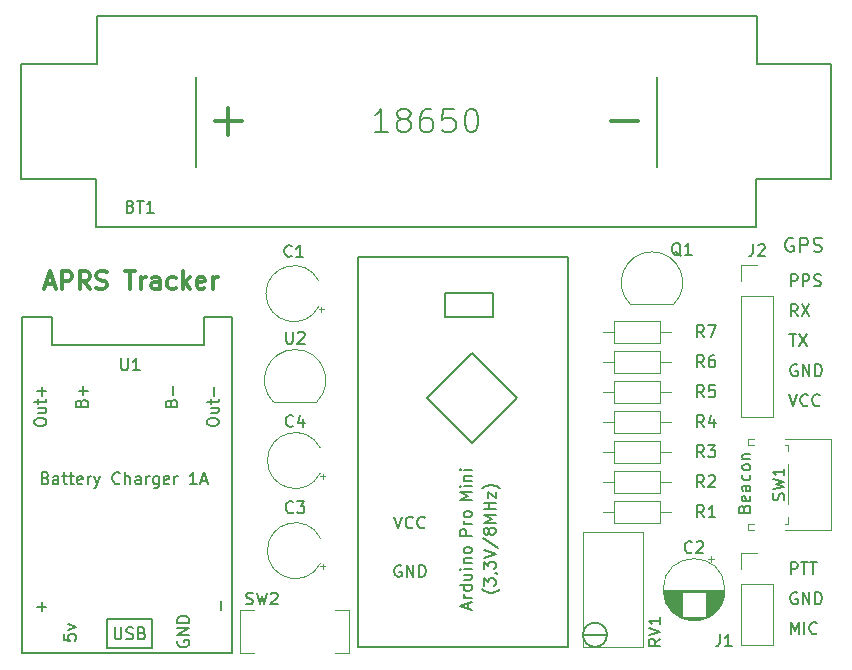
<source format=gto>
G04 #@! TF.GenerationSoftware,KiCad,Pcbnew,(5.0.2)-1*
G04 #@! TF.CreationDate,2019-04-14T17:31:43+02:00*
G04 #@! TF.ProjectId,APRS-Tracker_ArduinoProMini,41505253-2d54-4726-9163-6b65725f4172,rev?*
G04 #@! TF.SameCoordinates,Original*
G04 #@! TF.FileFunction,Legend,Top*
G04 #@! TF.FilePolarity,Positive*
%FSLAX46Y46*%
G04 Gerber Fmt 4.6, Leading zero omitted, Abs format (unit mm)*
G04 Created by KiCad (PCBNEW (5.0.2)-1) date 14.04.2019 17:31:43*
%MOMM*%
%LPD*%
G01*
G04 APERTURE LIST*
%ADD10C,0.150000*%
%ADD11C,0.300000*%
%ADD12C,0.200000*%
%ADD13C,0.120000*%
%ADD14C,1.800000*%
%ADD15R,2.800000X2.800000*%
%ADD16R,1.600000X1.600000*%
%ADD17C,1.600000*%
%ADD18R,1.050000X1.500000*%
%ADD19O,1.050000X1.500000*%
%ADD20C,1.400000*%
%ADD21O,1.400000X1.400000*%
%ADD22C,1.440000*%
%ADD23R,1.700000X1.700000*%
%ADD24O,1.700000X1.700000*%
%ADD25C,2.100000*%
%ADD26C,1.750000*%
%ADD27R,1.400000X1.400000*%
%ADD28C,3.000000*%
G04 APERTURE END LIST*
D10*
X105556000Y-136388000D02*
X109366000Y-132578000D01*
X113176000Y-136388000D02*
X109366000Y-132578000D01*
X109366000Y-140198000D02*
X105556000Y-136388000D01*
X109366000Y-140198000D02*
X113176000Y-136388000D01*
X111144000Y-127498000D02*
X107080000Y-127498000D01*
X111144000Y-129530000D02*
X111144000Y-127498000D01*
X107080000Y-129530000D02*
X111144000Y-129530000D01*
X107080000Y-127498000D02*
X107080000Y-129530000D01*
X103359404Y-150600000D02*
X103264166Y-150552380D01*
X103121309Y-150552380D01*
X102978452Y-150600000D01*
X102883214Y-150695238D01*
X102835595Y-150790476D01*
X102787976Y-150980952D01*
X102787976Y-151123809D01*
X102835595Y-151314285D01*
X102883214Y-151409523D01*
X102978452Y-151504761D01*
X103121309Y-151552380D01*
X103216547Y-151552380D01*
X103359404Y-151504761D01*
X103407023Y-151457142D01*
X103407023Y-151123809D01*
X103216547Y-151123809D01*
X103835595Y-151552380D02*
X103835595Y-150552380D01*
X104407023Y-151552380D01*
X104407023Y-150552380D01*
X104883214Y-151552380D02*
X104883214Y-150552380D01*
X105121309Y-150552380D01*
X105264166Y-150600000D01*
X105359404Y-150695238D01*
X105407023Y-150790476D01*
X105454642Y-150980952D01*
X105454642Y-151123809D01*
X105407023Y-151314285D01*
X105359404Y-151409523D01*
X105264166Y-151504761D01*
X105121309Y-151552380D01*
X104883214Y-151552380D01*
X102792738Y-146452380D02*
X103126071Y-147452380D01*
X103459404Y-146452380D01*
X104364166Y-147357142D02*
X104316547Y-147404761D01*
X104173690Y-147452380D01*
X104078452Y-147452380D01*
X103935595Y-147404761D01*
X103840357Y-147309523D01*
X103792738Y-147214285D01*
X103745119Y-147023809D01*
X103745119Y-146880952D01*
X103792738Y-146690476D01*
X103840357Y-146595238D01*
X103935595Y-146500000D01*
X104078452Y-146452380D01*
X104173690Y-146452380D01*
X104316547Y-146500000D01*
X104364166Y-146547619D01*
X105364166Y-147357142D02*
X105316547Y-147404761D01*
X105173690Y-147452380D01*
X105078452Y-147452380D01*
X104935595Y-147404761D01*
X104840357Y-147309523D01*
X104792738Y-147214285D01*
X104745119Y-147023809D01*
X104745119Y-146880952D01*
X104792738Y-146690476D01*
X104840357Y-146595238D01*
X104935595Y-146500000D01*
X105078452Y-146452380D01*
X105173690Y-146452380D01*
X105316547Y-146500000D01*
X105364166Y-146547619D01*
X132408571Y-145769857D02*
X132456190Y-145627000D01*
X132503809Y-145579380D01*
X132599047Y-145531761D01*
X132741904Y-145531761D01*
X132837142Y-145579380D01*
X132884761Y-145627000D01*
X132932380Y-145722238D01*
X132932380Y-146103190D01*
X131932380Y-146103190D01*
X131932380Y-145769857D01*
X131980000Y-145674619D01*
X132027619Y-145627000D01*
X132122857Y-145579380D01*
X132218095Y-145579380D01*
X132313333Y-145627000D01*
X132360952Y-145674619D01*
X132408571Y-145769857D01*
X132408571Y-146103190D01*
X132884761Y-144722238D02*
X132932380Y-144817476D01*
X132932380Y-145007952D01*
X132884761Y-145103190D01*
X132789523Y-145150809D01*
X132408571Y-145150809D01*
X132313333Y-145103190D01*
X132265714Y-145007952D01*
X132265714Y-144817476D01*
X132313333Y-144722238D01*
X132408571Y-144674619D01*
X132503809Y-144674619D01*
X132599047Y-145150809D01*
X132932380Y-143817476D02*
X132408571Y-143817476D01*
X132313333Y-143865095D01*
X132265714Y-143960333D01*
X132265714Y-144150809D01*
X132313333Y-144246047D01*
X132884761Y-143817476D02*
X132932380Y-143912714D01*
X132932380Y-144150809D01*
X132884761Y-144246047D01*
X132789523Y-144293666D01*
X132694285Y-144293666D01*
X132599047Y-144246047D01*
X132551428Y-144150809D01*
X132551428Y-143912714D01*
X132503809Y-143817476D01*
X132884761Y-142912714D02*
X132932380Y-143007952D01*
X132932380Y-143198428D01*
X132884761Y-143293666D01*
X132837142Y-143341285D01*
X132741904Y-143388904D01*
X132456190Y-143388904D01*
X132360952Y-143341285D01*
X132313333Y-143293666D01*
X132265714Y-143198428D01*
X132265714Y-143007952D01*
X132313333Y-142912714D01*
X132932380Y-142341285D02*
X132884761Y-142436523D01*
X132837142Y-142484142D01*
X132741904Y-142531761D01*
X132456190Y-142531761D01*
X132360952Y-142484142D01*
X132313333Y-142436523D01*
X132265714Y-142341285D01*
X132265714Y-142198428D01*
X132313333Y-142103190D01*
X132360952Y-142055571D01*
X132456190Y-142007952D01*
X132741904Y-142007952D01*
X132837142Y-142055571D01*
X132884761Y-142103190D01*
X132932380Y-142198428D01*
X132932380Y-142341285D01*
X132265714Y-141579380D02*
X132932380Y-141579380D01*
X132360952Y-141579380D02*
X132313333Y-141531761D01*
X132265714Y-141436523D01*
X132265714Y-141293666D01*
X132313333Y-141198428D01*
X132408571Y-141150809D01*
X132932380Y-141150809D01*
X111739333Y-152587904D02*
X111691714Y-152635523D01*
X111548857Y-152730761D01*
X111453619Y-152778380D01*
X111310761Y-152826000D01*
X111072666Y-152873619D01*
X110882190Y-152873619D01*
X110644095Y-152826000D01*
X110501238Y-152778380D01*
X110406000Y-152730761D01*
X110263142Y-152635523D01*
X110215523Y-152587904D01*
X110358380Y-152302190D02*
X110358380Y-151683142D01*
X110739333Y-152016476D01*
X110739333Y-151873619D01*
X110786952Y-151778380D01*
X110834571Y-151730761D01*
X110929809Y-151683142D01*
X111167904Y-151683142D01*
X111263142Y-151730761D01*
X111310761Y-151778380D01*
X111358380Y-151873619D01*
X111358380Y-152159333D01*
X111310761Y-152254571D01*
X111263142Y-152302190D01*
X111310761Y-151206952D02*
X111358380Y-151206952D01*
X111453619Y-151254571D01*
X111501238Y-151302190D01*
X110358380Y-150873619D02*
X110358380Y-150254571D01*
X110739333Y-150587904D01*
X110739333Y-150445047D01*
X110786952Y-150349809D01*
X110834571Y-150302190D01*
X110929809Y-150254571D01*
X111167904Y-150254571D01*
X111263142Y-150302190D01*
X111310761Y-150349809D01*
X111358380Y-150445047D01*
X111358380Y-150730761D01*
X111310761Y-150826000D01*
X111263142Y-150873619D01*
X110358380Y-149968857D02*
X111358380Y-149635523D01*
X110358380Y-149302190D01*
X110310761Y-148254571D02*
X111596476Y-149111714D01*
X110786952Y-147778380D02*
X110739333Y-147873619D01*
X110691714Y-147921238D01*
X110596476Y-147968857D01*
X110548857Y-147968857D01*
X110453619Y-147921238D01*
X110406000Y-147873619D01*
X110358380Y-147778380D01*
X110358380Y-147587904D01*
X110406000Y-147492666D01*
X110453619Y-147445047D01*
X110548857Y-147397428D01*
X110596476Y-147397428D01*
X110691714Y-147445047D01*
X110739333Y-147492666D01*
X110786952Y-147587904D01*
X110786952Y-147778380D01*
X110834571Y-147873619D01*
X110882190Y-147921238D01*
X110977428Y-147968857D01*
X111167904Y-147968857D01*
X111263142Y-147921238D01*
X111310761Y-147873619D01*
X111358380Y-147778380D01*
X111358380Y-147587904D01*
X111310761Y-147492666D01*
X111263142Y-147445047D01*
X111167904Y-147397428D01*
X110977428Y-147397428D01*
X110882190Y-147445047D01*
X110834571Y-147492666D01*
X110786952Y-147587904D01*
X111358380Y-146968857D02*
X110358380Y-146968857D01*
X111072666Y-146635523D01*
X110358380Y-146302190D01*
X111358380Y-146302190D01*
X111358380Y-145826000D02*
X110358380Y-145826000D01*
X110834571Y-145826000D02*
X110834571Y-145254571D01*
X111358380Y-145254571D02*
X110358380Y-145254571D01*
X110691714Y-144873619D02*
X110691714Y-144349809D01*
X111358380Y-144873619D01*
X111358380Y-144349809D01*
X111739333Y-144064095D02*
X111691714Y-144016476D01*
X111548857Y-143921238D01*
X111453619Y-143873619D01*
X111310761Y-143826000D01*
X111072666Y-143778380D01*
X110882190Y-143778380D01*
X110644095Y-143826000D01*
X110501238Y-143873619D01*
X110406000Y-143921238D01*
X110263142Y-144016476D01*
X110215523Y-144064095D01*
D11*
X73285714Y-126750000D02*
X74000000Y-126750000D01*
X73142857Y-127178571D02*
X73642857Y-125678571D01*
X74142857Y-127178571D01*
X74642857Y-127178571D02*
X74642857Y-125678571D01*
X75214285Y-125678571D01*
X75357142Y-125750000D01*
X75428571Y-125821428D01*
X75500000Y-125964285D01*
X75500000Y-126178571D01*
X75428571Y-126321428D01*
X75357142Y-126392857D01*
X75214285Y-126464285D01*
X74642857Y-126464285D01*
X77000000Y-127178571D02*
X76500000Y-126464285D01*
X76142857Y-127178571D02*
X76142857Y-125678571D01*
X76714285Y-125678571D01*
X76857142Y-125750000D01*
X76928571Y-125821428D01*
X77000000Y-125964285D01*
X77000000Y-126178571D01*
X76928571Y-126321428D01*
X76857142Y-126392857D01*
X76714285Y-126464285D01*
X76142857Y-126464285D01*
X77571428Y-127107142D02*
X77785714Y-127178571D01*
X78142857Y-127178571D01*
X78285714Y-127107142D01*
X78357142Y-127035714D01*
X78428571Y-126892857D01*
X78428571Y-126750000D01*
X78357142Y-126607142D01*
X78285714Y-126535714D01*
X78142857Y-126464285D01*
X77857142Y-126392857D01*
X77714285Y-126321428D01*
X77642857Y-126250000D01*
X77571428Y-126107142D01*
X77571428Y-125964285D01*
X77642857Y-125821428D01*
X77714285Y-125750000D01*
X77857142Y-125678571D01*
X78214285Y-125678571D01*
X78428571Y-125750000D01*
X80000000Y-125678571D02*
X80857142Y-125678571D01*
X80428571Y-127178571D02*
X80428571Y-125678571D01*
X81357142Y-127178571D02*
X81357142Y-126178571D01*
X81357142Y-126464285D02*
X81428571Y-126321428D01*
X81500000Y-126250000D01*
X81642857Y-126178571D01*
X81785714Y-126178571D01*
X82928571Y-127178571D02*
X82928571Y-126392857D01*
X82857142Y-126250000D01*
X82714285Y-126178571D01*
X82428571Y-126178571D01*
X82285714Y-126250000D01*
X82928571Y-127107142D02*
X82785714Y-127178571D01*
X82428571Y-127178571D01*
X82285714Y-127107142D01*
X82214285Y-126964285D01*
X82214285Y-126821428D01*
X82285714Y-126678571D01*
X82428571Y-126607142D01*
X82785714Y-126607142D01*
X82928571Y-126535714D01*
X84285714Y-127107142D02*
X84142857Y-127178571D01*
X83857142Y-127178571D01*
X83714285Y-127107142D01*
X83642857Y-127035714D01*
X83571428Y-126892857D01*
X83571428Y-126464285D01*
X83642857Y-126321428D01*
X83714285Y-126250000D01*
X83857142Y-126178571D01*
X84142857Y-126178571D01*
X84285714Y-126250000D01*
X84928571Y-127178571D02*
X84928571Y-125678571D01*
X85071428Y-126607142D02*
X85500000Y-127178571D01*
X85500000Y-126178571D02*
X84928571Y-126750000D01*
X86714285Y-127107142D02*
X86571428Y-127178571D01*
X86285714Y-127178571D01*
X86142857Y-127107142D01*
X86071428Y-126964285D01*
X86071428Y-126392857D01*
X86142857Y-126250000D01*
X86285714Y-126178571D01*
X86571428Y-126178571D01*
X86714285Y-126250000D01*
X86785714Y-126392857D01*
X86785714Y-126535714D01*
X86071428Y-126678571D01*
X87428571Y-127178571D02*
X87428571Y-126178571D01*
X87428571Y-126464285D02*
X87500000Y-126321428D01*
X87571428Y-126250000D01*
X87714285Y-126178571D01*
X87857142Y-126178571D01*
D12*
X136572285Y-122900000D02*
X136458000Y-122842857D01*
X136286571Y-122842857D01*
X136115142Y-122900000D01*
X136000857Y-123014285D01*
X135943714Y-123128571D01*
X135886571Y-123357142D01*
X135886571Y-123528571D01*
X135943714Y-123757142D01*
X136000857Y-123871428D01*
X136115142Y-123985714D01*
X136286571Y-124042857D01*
X136400857Y-124042857D01*
X136572285Y-123985714D01*
X136629428Y-123928571D01*
X136629428Y-123528571D01*
X136400857Y-123528571D01*
X137143714Y-124042857D02*
X137143714Y-122842857D01*
X137600857Y-122842857D01*
X137715142Y-122900000D01*
X137772285Y-122957142D01*
X137829428Y-123071428D01*
X137829428Y-123242857D01*
X137772285Y-123357142D01*
X137715142Y-123414285D01*
X137600857Y-123471428D01*
X137143714Y-123471428D01*
X138286571Y-123985714D02*
X138458000Y-124042857D01*
X138743714Y-124042857D01*
X138858000Y-123985714D01*
X138915142Y-123928571D01*
X138972285Y-123814285D01*
X138972285Y-123700000D01*
X138915142Y-123585714D01*
X138858000Y-123528571D01*
X138743714Y-123471428D01*
X138515142Y-123414285D01*
X138400857Y-123357142D01*
X138343714Y-123300000D01*
X138286571Y-123185714D01*
X138286571Y-123071428D01*
X138343714Y-122957142D01*
X138400857Y-122900000D01*
X138515142Y-122842857D01*
X138800857Y-122842857D01*
X138972285Y-122900000D01*
D10*
X118764000Y-156454000D02*
X120796000Y-156454000D01*
X120796000Y-156454000D02*
G75*
G03X120796000Y-156454000I-1016000J0D01*
G01*
X136228738Y-131014380D02*
X136800166Y-131014380D01*
X136514452Y-132014380D02*
X136514452Y-131014380D01*
X137038261Y-131014380D02*
X137704928Y-132014380D01*
X137704928Y-131014380D02*
X137038261Y-132014380D01*
X136371595Y-126934380D02*
X136371595Y-125934380D01*
X136752547Y-125934380D01*
X136847785Y-125982000D01*
X136895404Y-126029619D01*
X136943023Y-126124857D01*
X136943023Y-126267714D01*
X136895404Y-126362952D01*
X136847785Y-126410571D01*
X136752547Y-126458190D01*
X136371595Y-126458190D01*
X137371595Y-126934380D02*
X137371595Y-125934380D01*
X137752547Y-125934380D01*
X137847785Y-125982000D01*
X137895404Y-126029619D01*
X137943023Y-126124857D01*
X137943023Y-126267714D01*
X137895404Y-126362952D01*
X137847785Y-126410571D01*
X137752547Y-126458190D01*
X137371595Y-126458190D01*
X138323976Y-126886761D02*
X138466833Y-126934380D01*
X138704928Y-126934380D01*
X138800166Y-126886761D01*
X138847785Y-126839142D01*
X138895404Y-126743904D01*
X138895404Y-126648666D01*
X138847785Y-126553428D01*
X138800166Y-126505809D01*
X138704928Y-126458190D01*
X138514452Y-126410571D01*
X138419214Y-126362952D01*
X138371595Y-126315333D01*
X138323976Y-126220095D01*
X138323976Y-126124857D01*
X138371595Y-126029619D01*
X138419214Y-125982000D01*
X138514452Y-125934380D01*
X138752547Y-125934380D01*
X138895404Y-125982000D01*
X136943023Y-129474380D02*
X136609690Y-128998190D01*
X136371595Y-129474380D02*
X136371595Y-128474380D01*
X136752547Y-128474380D01*
X136847785Y-128522000D01*
X136895404Y-128569619D01*
X136943023Y-128664857D01*
X136943023Y-128807714D01*
X136895404Y-128902952D01*
X136847785Y-128950571D01*
X136752547Y-128998190D01*
X136371595Y-128998190D01*
X137276357Y-128474380D02*
X137943023Y-129474380D01*
X137943023Y-128474380D02*
X137276357Y-129474380D01*
X136228738Y-136094380D02*
X136562071Y-137094380D01*
X136895404Y-136094380D01*
X137800166Y-136999142D02*
X137752547Y-137046761D01*
X137609690Y-137094380D01*
X137514452Y-137094380D01*
X137371595Y-137046761D01*
X137276357Y-136951523D01*
X137228738Y-136856285D01*
X137181119Y-136665809D01*
X137181119Y-136522952D01*
X137228738Y-136332476D01*
X137276357Y-136237238D01*
X137371595Y-136142000D01*
X137514452Y-136094380D01*
X137609690Y-136094380D01*
X137752547Y-136142000D01*
X137800166Y-136189619D01*
X138800166Y-136999142D02*
X138752547Y-137046761D01*
X138609690Y-137094380D01*
X138514452Y-137094380D01*
X138371595Y-137046761D01*
X138276357Y-136951523D01*
X138228738Y-136856285D01*
X138181119Y-136665809D01*
X138181119Y-136522952D01*
X138228738Y-136332476D01*
X138276357Y-136237238D01*
X138371595Y-136142000D01*
X138514452Y-136094380D01*
X138609690Y-136094380D01*
X138752547Y-136142000D01*
X138800166Y-136189619D01*
X136895404Y-133602000D02*
X136800166Y-133554380D01*
X136657309Y-133554380D01*
X136514452Y-133602000D01*
X136419214Y-133697238D01*
X136371595Y-133792476D01*
X136323976Y-133982952D01*
X136323976Y-134125809D01*
X136371595Y-134316285D01*
X136419214Y-134411523D01*
X136514452Y-134506761D01*
X136657309Y-134554380D01*
X136752547Y-134554380D01*
X136895404Y-134506761D01*
X136943023Y-134459142D01*
X136943023Y-134125809D01*
X136752547Y-134125809D01*
X137371595Y-134554380D02*
X137371595Y-133554380D01*
X137943023Y-134554380D01*
X137943023Y-133554380D01*
X138419214Y-134554380D02*
X138419214Y-133554380D01*
X138657309Y-133554380D01*
X138800166Y-133602000D01*
X138895404Y-133697238D01*
X138943023Y-133792476D01*
X138990642Y-133982952D01*
X138990642Y-134125809D01*
X138943023Y-134316285D01*
X138895404Y-134411523D01*
X138800166Y-134506761D01*
X138657309Y-134554380D01*
X138419214Y-134554380D01*
X136371595Y-156398380D02*
X136371595Y-155398380D01*
X136704928Y-156112666D01*
X137038261Y-155398380D01*
X137038261Y-156398380D01*
X137514452Y-156398380D02*
X137514452Y-155398380D01*
X138562071Y-156303142D02*
X138514452Y-156350761D01*
X138371595Y-156398380D01*
X138276357Y-156398380D01*
X138133500Y-156350761D01*
X138038261Y-156255523D01*
X137990642Y-156160285D01*
X137943023Y-155969809D01*
X137943023Y-155826952D01*
X137990642Y-155636476D01*
X138038261Y-155541238D01*
X138133500Y-155446000D01*
X138276357Y-155398380D01*
X138371595Y-155398380D01*
X138514452Y-155446000D01*
X138562071Y-155493619D01*
X136895404Y-152906000D02*
X136800166Y-152858380D01*
X136657309Y-152858380D01*
X136514452Y-152906000D01*
X136419214Y-153001238D01*
X136371595Y-153096476D01*
X136323976Y-153286952D01*
X136323976Y-153429809D01*
X136371595Y-153620285D01*
X136419214Y-153715523D01*
X136514452Y-153810761D01*
X136657309Y-153858380D01*
X136752547Y-153858380D01*
X136895404Y-153810761D01*
X136943023Y-153763142D01*
X136943023Y-153429809D01*
X136752547Y-153429809D01*
X137371595Y-153858380D02*
X137371595Y-152858380D01*
X137943023Y-153858380D01*
X137943023Y-152858380D01*
X138419214Y-153858380D02*
X138419214Y-152858380D01*
X138657309Y-152858380D01*
X138800166Y-152906000D01*
X138895404Y-153001238D01*
X138943023Y-153096476D01*
X138990642Y-153286952D01*
X138990642Y-153429809D01*
X138943023Y-153620285D01*
X138895404Y-153715523D01*
X138800166Y-153810761D01*
X138657309Y-153858380D01*
X138419214Y-153858380D01*
X136371595Y-151318380D02*
X136371595Y-150318380D01*
X136752547Y-150318380D01*
X136847785Y-150366000D01*
X136895404Y-150413619D01*
X136943023Y-150508857D01*
X136943023Y-150651714D01*
X136895404Y-150746952D01*
X136847785Y-150794571D01*
X136752547Y-150842190D01*
X136371595Y-150842190D01*
X137228738Y-150318380D02*
X137800166Y-150318380D01*
X137514452Y-151318380D02*
X137514452Y-150318380D01*
X137990642Y-150318380D02*
X138562071Y-150318380D01*
X138276357Y-151318380D02*
X138276357Y-150318380D01*
G04 #@! TO.C,U3*
X117494000Y-124450000D02*
X117494000Y-157470000D01*
X117494000Y-157470000D02*
X99714000Y-157470000D01*
X99714000Y-157470000D02*
X99714000Y-124450000D01*
X99714000Y-124450000D02*
X117494000Y-124450000D01*
G04 #@! TO.C,U1*
X73766000Y-131878000D02*
X86666000Y-131878000D01*
X86666000Y-131878000D02*
X86666000Y-131578000D01*
X86666000Y-131678000D02*
X86666000Y-129578000D01*
X86666000Y-129578000D02*
X86966000Y-129578000D01*
X71266000Y-131678000D02*
X71266000Y-129578000D01*
X71266000Y-129578000D02*
X73766000Y-129578000D01*
X73766000Y-129578000D02*
X73766000Y-131878000D01*
X86966000Y-129578000D02*
X89066000Y-129578000D01*
X89066000Y-129578000D02*
X89066000Y-157978000D01*
X89066000Y-157978000D02*
X71266000Y-157978000D01*
X78466000Y-157578000D02*
X78466000Y-155078000D01*
X78466000Y-155078000D02*
X82266000Y-155078000D01*
X82266000Y-155078000D02*
X82266000Y-157578000D01*
X82266000Y-157578000D02*
X78566000Y-157578000D01*
X71266000Y-157978000D02*
X71266000Y-131678000D01*
D13*
G04 #@! TO.C,C1*
X96409740Y-126510000D02*
G75*
G03X96409741Y-128630000I-2119740J-1060000D01*
G01*
X96827288Y-128905000D02*
X96377288Y-128905000D01*
X96602288Y-129130000D02*
X96602288Y-128680000D01*
G04 #@! TO.C,C2*
X130782000Y-152624000D02*
G75*
G03X130782000Y-152624000I-2620000J0D01*
G01*
X130742000Y-152624000D02*
X125582000Y-152624000D01*
X130742000Y-152664000D02*
X125582000Y-152664000D01*
X130741000Y-152704000D02*
X125583000Y-152704000D01*
X130740000Y-152744000D02*
X125584000Y-152744000D01*
X130738000Y-152784000D02*
X125586000Y-152784000D01*
X130735000Y-152824000D02*
X125589000Y-152824000D01*
X130731000Y-152864000D02*
X129202000Y-152864000D01*
X127122000Y-152864000D02*
X125593000Y-152864000D01*
X130727000Y-152904000D02*
X129202000Y-152904000D01*
X127122000Y-152904000D02*
X125597000Y-152904000D01*
X130723000Y-152944000D02*
X129202000Y-152944000D01*
X127122000Y-152944000D02*
X125601000Y-152944000D01*
X130718000Y-152984000D02*
X129202000Y-152984000D01*
X127122000Y-152984000D02*
X125606000Y-152984000D01*
X130712000Y-153024000D02*
X129202000Y-153024000D01*
X127122000Y-153024000D02*
X125612000Y-153024000D01*
X130705000Y-153064000D02*
X129202000Y-153064000D01*
X127122000Y-153064000D02*
X125619000Y-153064000D01*
X130698000Y-153104000D02*
X129202000Y-153104000D01*
X127122000Y-153104000D02*
X125626000Y-153104000D01*
X130690000Y-153144000D02*
X129202000Y-153144000D01*
X127122000Y-153144000D02*
X125634000Y-153144000D01*
X130682000Y-153184000D02*
X129202000Y-153184000D01*
X127122000Y-153184000D02*
X125642000Y-153184000D01*
X130673000Y-153224000D02*
X129202000Y-153224000D01*
X127122000Y-153224000D02*
X125651000Y-153224000D01*
X130663000Y-153264000D02*
X129202000Y-153264000D01*
X127122000Y-153264000D02*
X125661000Y-153264000D01*
X130653000Y-153304000D02*
X129202000Y-153304000D01*
X127122000Y-153304000D02*
X125671000Y-153304000D01*
X130642000Y-153345000D02*
X129202000Y-153345000D01*
X127122000Y-153345000D02*
X125682000Y-153345000D01*
X130630000Y-153385000D02*
X129202000Y-153385000D01*
X127122000Y-153385000D02*
X125694000Y-153385000D01*
X130617000Y-153425000D02*
X129202000Y-153425000D01*
X127122000Y-153425000D02*
X125707000Y-153425000D01*
X130604000Y-153465000D02*
X129202000Y-153465000D01*
X127122000Y-153465000D02*
X125720000Y-153465000D01*
X130590000Y-153505000D02*
X129202000Y-153505000D01*
X127122000Y-153505000D02*
X125734000Y-153505000D01*
X130576000Y-153545000D02*
X129202000Y-153545000D01*
X127122000Y-153545000D02*
X125748000Y-153545000D01*
X130560000Y-153585000D02*
X129202000Y-153585000D01*
X127122000Y-153585000D02*
X125764000Y-153585000D01*
X130544000Y-153625000D02*
X129202000Y-153625000D01*
X127122000Y-153625000D02*
X125780000Y-153625000D01*
X130527000Y-153665000D02*
X129202000Y-153665000D01*
X127122000Y-153665000D02*
X125797000Y-153665000D01*
X130510000Y-153705000D02*
X129202000Y-153705000D01*
X127122000Y-153705000D02*
X125814000Y-153705000D01*
X130491000Y-153745000D02*
X129202000Y-153745000D01*
X127122000Y-153745000D02*
X125833000Y-153745000D01*
X130472000Y-153785000D02*
X129202000Y-153785000D01*
X127122000Y-153785000D02*
X125852000Y-153785000D01*
X130452000Y-153825000D02*
X129202000Y-153825000D01*
X127122000Y-153825000D02*
X125872000Y-153825000D01*
X130430000Y-153865000D02*
X129202000Y-153865000D01*
X127122000Y-153865000D02*
X125894000Y-153865000D01*
X130409000Y-153905000D02*
X129202000Y-153905000D01*
X127122000Y-153905000D02*
X125915000Y-153905000D01*
X130386000Y-153945000D02*
X129202000Y-153945000D01*
X127122000Y-153945000D02*
X125938000Y-153945000D01*
X130362000Y-153985000D02*
X129202000Y-153985000D01*
X127122000Y-153985000D02*
X125962000Y-153985000D01*
X130337000Y-154025000D02*
X129202000Y-154025000D01*
X127122000Y-154025000D02*
X125987000Y-154025000D01*
X130311000Y-154065000D02*
X129202000Y-154065000D01*
X127122000Y-154065000D02*
X126013000Y-154065000D01*
X130284000Y-154105000D02*
X129202000Y-154105000D01*
X127122000Y-154105000D02*
X126040000Y-154105000D01*
X130257000Y-154145000D02*
X129202000Y-154145000D01*
X127122000Y-154145000D02*
X126067000Y-154145000D01*
X130227000Y-154185000D02*
X129202000Y-154185000D01*
X127122000Y-154185000D02*
X126097000Y-154185000D01*
X130197000Y-154225000D02*
X129202000Y-154225000D01*
X127122000Y-154225000D02*
X126127000Y-154225000D01*
X130166000Y-154265000D02*
X129202000Y-154265000D01*
X127122000Y-154265000D02*
X126158000Y-154265000D01*
X130133000Y-154305000D02*
X129202000Y-154305000D01*
X127122000Y-154305000D02*
X126191000Y-154305000D01*
X130099000Y-154345000D02*
X129202000Y-154345000D01*
X127122000Y-154345000D02*
X126225000Y-154345000D01*
X130063000Y-154385000D02*
X129202000Y-154385000D01*
X127122000Y-154385000D02*
X126261000Y-154385000D01*
X130026000Y-154425000D02*
X129202000Y-154425000D01*
X127122000Y-154425000D02*
X126298000Y-154425000D01*
X129988000Y-154465000D02*
X129202000Y-154465000D01*
X127122000Y-154465000D02*
X126336000Y-154465000D01*
X129947000Y-154505000D02*
X129202000Y-154505000D01*
X127122000Y-154505000D02*
X126377000Y-154505000D01*
X129905000Y-154545000D02*
X129202000Y-154545000D01*
X127122000Y-154545000D02*
X126419000Y-154545000D01*
X129861000Y-154585000D02*
X129202000Y-154585000D01*
X127122000Y-154585000D02*
X126463000Y-154585000D01*
X129815000Y-154625000D02*
X129202000Y-154625000D01*
X127122000Y-154625000D02*
X126509000Y-154625000D01*
X129767000Y-154665000D02*
X129202000Y-154665000D01*
X127122000Y-154665000D02*
X126557000Y-154665000D01*
X129716000Y-154705000D02*
X129202000Y-154705000D01*
X127122000Y-154705000D02*
X126608000Y-154705000D01*
X129662000Y-154745000D02*
X129202000Y-154745000D01*
X127122000Y-154745000D02*
X126662000Y-154745000D01*
X129605000Y-154785000D02*
X129202000Y-154785000D01*
X127122000Y-154785000D02*
X126719000Y-154785000D01*
X129545000Y-154825000D02*
X129202000Y-154825000D01*
X127122000Y-154825000D02*
X126779000Y-154825000D01*
X129481000Y-154865000D02*
X129202000Y-154865000D01*
X127122000Y-154865000D02*
X126843000Y-154865000D01*
X129413000Y-154905000D02*
X129202000Y-154905000D01*
X127122000Y-154905000D02*
X126911000Y-154905000D01*
X129340000Y-154945000D02*
X126984000Y-154945000D01*
X129260000Y-154985000D02*
X127064000Y-154985000D01*
X129173000Y-155025000D02*
X127151000Y-155025000D01*
X129077000Y-155065000D02*
X127247000Y-155065000D01*
X128967000Y-155105000D02*
X127357000Y-155105000D01*
X128839000Y-155145000D02*
X127485000Y-155145000D01*
X128680000Y-155185000D02*
X127644000Y-155185000D01*
X128446000Y-155225000D02*
X127878000Y-155225000D01*
X129637000Y-149819225D02*
X129637000Y-150319225D01*
X129887000Y-150069225D02*
X129387000Y-150069225D01*
G04 #@! TO.C,C3*
X96722288Y-150890000D02*
X96722288Y-150440000D01*
X96947288Y-150665000D02*
X96497288Y-150665000D01*
X96529740Y-148270000D02*
G75*
G03X96529741Y-150390000I-2119740J-1060000D01*
G01*
G04 #@! TO.C,C4*
X96722288Y-143260000D02*
X96722288Y-142810000D01*
X96947288Y-143035000D02*
X96497288Y-143035000D01*
X96529740Y-140640000D02*
G75*
G03X96529741Y-142760000I-2119740J-1060000D01*
G01*
G04 #@! TO.C,Q1*
X126448478Y-128468478D02*
G75*
G03X124610000Y-124030000I-1838478J1838478D01*
G01*
X122771522Y-128468478D02*
G75*
G02X124610000Y-124030000I1838478J1838478D01*
G01*
X122810000Y-128480000D02*
X126410000Y-128480000D01*
G04 #@! TO.C,R1*
X125256000Y-146960000D02*
X125256000Y-145120000D01*
X125256000Y-145120000D02*
X121416000Y-145120000D01*
X121416000Y-145120000D02*
X121416000Y-146960000D01*
X121416000Y-146960000D02*
X125256000Y-146960000D01*
X126206000Y-146040000D02*
X125256000Y-146040000D01*
X120466000Y-146040000D02*
X121416000Y-146040000D01*
G04 #@! TO.C,R2*
X121416000Y-142580000D02*
X121416000Y-144420000D01*
X121416000Y-144420000D02*
X125256000Y-144420000D01*
X125256000Y-144420000D02*
X125256000Y-142580000D01*
X125256000Y-142580000D02*
X121416000Y-142580000D01*
X120466000Y-143500000D02*
X121416000Y-143500000D01*
X126206000Y-143500000D02*
X125256000Y-143500000D01*
G04 #@! TO.C,R3*
X126206000Y-140960000D02*
X125256000Y-140960000D01*
X120466000Y-140960000D02*
X121416000Y-140960000D01*
X125256000Y-140040000D02*
X121416000Y-140040000D01*
X125256000Y-141880000D02*
X125256000Y-140040000D01*
X121416000Y-141880000D02*
X125256000Y-141880000D01*
X121416000Y-140040000D02*
X121416000Y-141880000D01*
G04 #@! TO.C,R4*
X121416000Y-137500000D02*
X121416000Y-139340000D01*
X121416000Y-139340000D02*
X125256000Y-139340000D01*
X125256000Y-139340000D02*
X125256000Y-137500000D01*
X125256000Y-137500000D02*
X121416000Y-137500000D01*
X120466000Y-138420000D02*
X121416000Y-138420000D01*
X126206000Y-138420000D02*
X125256000Y-138420000D01*
G04 #@! TO.C,R5*
X126206000Y-135880000D02*
X125256000Y-135880000D01*
X120466000Y-135880000D02*
X121416000Y-135880000D01*
X125256000Y-134960000D02*
X121416000Y-134960000D01*
X125256000Y-136800000D02*
X125256000Y-134960000D01*
X121416000Y-136800000D02*
X125256000Y-136800000D01*
X121416000Y-134960000D02*
X121416000Y-136800000D01*
G04 #@! TO.C,R6*
X121416000Y-132420000D02*
X121416000Y-134260000D01*
X121416000Y-134260000D02*
X125256000Y-134260000D01*
X125256000Y-134260000D02*
X125256000Y-132420000D01*
X125256000Y-132420000D02*
X121416000Y-132420000D01*
X120466000Y-133340000D02*
X121416000Y-133340000D01*
X126206000Y-133340000D02*
X125256000Y-133340000D01*
G04 #@! TO.C,R7*
X126206000Y-130800000D02*
X125256000Y-130800000D01*
X120466000Y-130800000D02*
X121416000Y-130800000D01*
X125256000Y-129880000D02*
X121416000Y-129880000D01*
X125256000Y-131720000D02*
X125256000Y-129880000D01*
X121416000Y-131720000D02*
X125256000Y-131720000D01*
X121416000Y-129880000D02*
X121416000Y-131720000D01*
G04 #@! TO.C,RV1*
X123834000Y-147759000D02*
X123834000Y-157529000D01*
X118764000Y-147759000D02*
X118764000Y-157529000D01*
X123834000Y-147759000D02*
X118764000Y-147759000D01*
X123834000Y-157529000D02*
X118764000Y-157529000D01*
G04 #@! TO.C,U2*
X92590000Y-136750000D02*
X96190000Y-136750000D01*
X92551522Y-136738478D02*
G75*
G02X94390000Y-132300000I1838478J1838478D01*
G01*
X96228478Y-136738478D02*
G75*
G03X94390000Y-132300000I-1838478J1838478D01*
G01*
G04 #@! TO.C,J1*
X132166000Y-157276000D02*
X134826000Y-157276000D01*
X132166000Y-152136000D02*
X132166000Y-157276000D01*
X134826000Y-152136000D02*
X134826000Y-157276000D01*
X132166000Y-152136000D02*
X134826000Y-152136000D01*
X132166000Y-150866000D02*
X132166000Y-149536000D01*
X132166000Y-149536000D02*
X133496000Y-149536000D01*
G04 #@! TO.C,J2*
X132166000Y-137972000D02*
X134826000Y-137972000D01*
X132166000Y-127752000D02*
X132166000Y-137972000D01*
X134826000Y-127752000D02*
X134826000Y-137972000D01*
X132166000Y-127752000D02*
X134826000Y-127752000D01*
X132166000Y-126482000D02*
X132166000Y-125152000D01*
X132166000Y-125152000D02*
X133496000Y-125152000D01*
G04 #@! TO.C,SW1*
X136082000Y-140378000D02*
X135852000Y-140378000D01*
X139752000Y-139858000D02*
X139752000Y-147578000D01*
X139752000Y-147578000D02*
X135852000Y-147578000D01*
X132742000Y-139858000D02*
X132742000Y-140378000D01*
X139752000Y-139858000D02*
X135852000Y-139858000D01*
X136082000Y-147058000D02*
X135852000Y-147058000D01*
X133252000Y-140378000D02*
X132742000Y-140378000D01*
X133252000Y-139858000D02*
X132742000Y-139858000D01*
X136082000Y-146518000D02*
X136082000Y-147058000D01*
X133252000Y-147058000D02*
X132742000Y-147058000D01*
X132742000Y-147058000D02*
X132742000Y-147578000D01*
X133252000Y-147578000D02*
X132742000Y-147578000D01*
X136082000Y-140378000D02*
X136082000Y-140918000D01*
X136082000Y-142018000D02*
X136082000Y-145418000D01*
G04 #@! TO.C,SW2*
X98930000Y-158022000D02*
X97730000Y-158022000D01*
X98930000Y-154352000D02*
X98930000Y-158022000D01*
X97730000Y-154352000D02*
X98930000Y-154352000D01*
X89730000Y-158022000D02*
X90930000Y-158022000D01*
X89730000Y-154352000D02*
X89720000Y-158022000D01*
X90930000Y-154352000D02*
X89730000Y-154352000D01*
D10*
G04 #@! TO.C,BT1*
X125000000Y-109190000D02*
X125000000Y-116810000D01*
X86000000Y-109190000D02*
X86000000Y-116810000D01*
X71210000Y-108100000D02*
X77560000Y-108100000D01*
X77500000Y-117900000D02*
X71200000Y-117900000D01*
X133400000Y-121900000D02*
X77560000Y-121900000D01*
X77600000Y-104100000D02*
X133500000Y-104100000D01*
X77600000Y-108100000D02*
X77600000Y-104100000D01*
X71200000Y-108100000D02*
X71200000Y-117900000D01*
X77500000Y-121900000D02*
X77500000Y-117900000D01*
X139790000Y-117900000D02*
X133440000Y-117900000D01*
X133500000Y-108100000D02*
X139800000Y-108100000D01*
X133400000Y-117900000D02*
X133400000Y-121900000D01*
X133500000Y-104100000D02*
X133500000Y-108100000D01*
X139800000Y-108100000D02*
X139800000Y-117900000D01*
G04 #@! TO.C,U3*
X109326380Y-145015904D02*
X108326380Y-145015904D01*
X109040666Y-144682571D01*
X108326380Y-144349238D01*
X109326380Y-144349238D01*
X109326380Y-143873047D02*
X108659714Y-143873047D01*
X108326380Y-143873047D02*
X108374000Y-143920666D01*
X108421619Y-143873047D01*
X108374000Y-143825428D01*
X108326380Y-143873047D01*
X108421619Y-143873047D01*
X108659714Y-143396857D02*
X109326380Y-143396857D01*
X108754952Y-143396857D02*
X108707333Y-143349238D01*
X108659714Y-143254000D01*
X108659714Y-143111142D01*
X108707333Y-143015904D01*
X108802571Y-142968285D01*
X109326380Y-142968285D01*
X109326380Y-142492095D02*
X108659714Y-142492095D01*
X108326380Y-142492095D02*
X108374000Y-142539714D01*
X108421619Y-142492095D01*
X108374000Y-142444476D01*
X108326380Y-142492095D01*
X108421619Y-142492095D01*
X109326380Y-148079809D02*
X108326380Y-148079809D01*
X108326380Y-147698857D01*
X108374000Y-147603619D01*
X108421619Y-147556000D01*
X108516857Y-147508380D01*
X108659714Y-147508380D01*
X108754952Y-147556000D01*
X108802571Y-147603619D01*
X108850190Y-147698857D01*
X108850190Y-148079809D01*
X109326380Y-147079809D02*
X108659714Y-147079809D01*
X108850190Y-147079809D02*
X108754952Y-147032190D01*
X108707333Y-146984571D01*
X108659714Y-146889333D01*
X108659714Y-146794095D01*
X109326380Y-146317904D02*
X109278761Y-146413142D01*
X109231142Y-146460761D01*
X109135904Y-146508380D01*
X108850190Y-146508380D01*
X108754952Y-146460761D01*
X108707333Y-146413142D01*
X108659714Y-146317904D01*
X108659714Y-146175047D01*
X108707333Y-146079809D01*
X108754952Y-146032190D01*
X108850190Y-145984571D01*
X109135904Y-145984571D01*
X109231142Y-146032190D01*
X109278761Y-146079809D01*
X109326380Y-146175047D01*
X109326380Y-146317904D01*
X109040666Y-154223238D02*
X109040666Y-153747047D01*
X109326380Y-154318476D02*
X108326380Y-153985142D01*
X109326380Y-153651809D01*
X109326380Y-153318476D02*
X108659714Y-153318476D01*
X108850190Y-153318476D02*
X108754952Y-153270857D01*
X108707333Y-153223238D01*
X108659714Y-153128000D01*
X108659714Y-153032761D01*
X109326380Y-152270857D02*
X108326380Y-152270857D01*
X109278761Y-152270857D02*
X109326380Y-152366095D01*
X109326380Y-152556571D01*
X109278761Y-152651809D01*
X109231142Y-152699428D01*
X109135904Y-152747047D01*
X108850190Y-152747047D01*
X108754952Y-152699428D01*
X108707333Y-152651809D01*
X108659714Y-152556571D01*
X108659714Y-152366095D01*
X108707333Y-152270857D01*
X108659714Y-151366095D02*
X109326380Y-151366095D01*
X108659714Y-151794666D02*
X109183523Y-151794666D01*
X109278761Y-151747047D01*
X109326380Y-151651809D01*
X109326380Y-151508952D01*
X109278761Y-151413714D01*
X109231142Y-151366095D01*
X109326380Y-150889904D02*
X108659714Y-150889904D01*
X108326380Y-150889904D02*
X108374000Y-150937523D01*
X108421619Y-150889904D01*
X108374000Y-150842285D01*
X108326380Y-150889904D01*
X108421619Y-150889904D01*
X108659714Y-150413714D02*
X109326380Y-150413714D01*
X108754952Y-150413714D02*
X108707333Y-150366095D01*
X108659714Y-150270857D01*
X108659714Y-150128000D01*
X108707333Y-150032761D01*
X108802571Y-149985142D01*
X109326380Y-149985142D01*
X109326380Y-149366095D02*
X109278761Y-149461333D01*
X109231142Y-149508952D01*
X109135904Y-149556571D01*
X108850190Y-149556571D01*
X108754952Y-149508952D01*
X108707333Y-149461333D01*
X108659714Y-149366095D01*
X108659714Y-149223238D01*
X108707333Y-149128000D01*
X108754952Y-149080380D01*
X108850190Y-149032761D01*
X109135904Y-149032761D01*
X109231142Y-149080380D01*
X109278761Y-149128000D01*
X109326380Y-149223238D01*
X109326380Y-149366095D01*
G04 #@! TO.C,U1*
X79648095Y-133046380D02*
X79648095Y-133855904D01*
X79695714Y-133951142D01*
X79743333Y-133998761D01*
X79838571Y-134046380D01*
X80029047Y-134046380D01*
X80124285Y-133998761D01*
X80171904Y-133951142D01*
X80219523Y-133855904D01*
X80219523Y-133046380D01*
X81219523Y-134046380D02*
X80648095Y-134046380D01*
X80933809Y-134046380D02*
X80933809Y-133046380D01*
X80838571Y-133189238D01*
X80743333Y-133284476D01*
X80648095Y-133332095D01*
X73259142Y-143174571D02*
X73402000Y-143222190D01*
X73449619Y-143269809D01*
X73497238Y-143365047D01*
X73497238Y-143507904D01*
X73449619Y-143603142D01*
X73402000Y-143650761D01*
X73306761Y-143698380D01*
X72925809Y-143698380D01*
X72925809Y-142698380D01*
X73259142Y-142698380D01*
X73354380Y-142746000D01*
X73402000Y-142793619D01*
X73449619Y-142888857D01*
X73449619Y-142984095D01*
X73402000Y-143079333D01*
X73354380Y-143126952D01*
X73259142Y-143174571D01*
X72925809Y-143174571D01*
X74354380Y-143698380D02*
X74354380Y-143174571D01*
X74306761Y-143079333D01*
X74211523Y-143031714D01*
X74021047Y-143031714D01*
X73925809Y-143079333D01*
X74354380Y-143650761D02*
X74259142Y-143698380D01*
X74021047Y-143698380D01*
X73925809Y-143650761D01*
X73878190Y-143555523D01*
X73878190Y-143460285D01*
X73925809Y-143365047D01*
X74021047Y-143317428D01*
X74259142Y-143317428D01*
X74354380Y-143269809D01*
X74687714Y-143031714D02*
X75068666Y-143031714D01*
X74830571Y-142698380D02*
X74830571Y-143555523D01*
X74878190Y-143650761D01*
X74973428Y-143698380D01*
X75068666Y-143698380D01*
X75259142Y-143031714D02*
X75640095Y-143031714D01*
X75402000Y-142698380D02*
X75402000Y-143555523D01*
X75449619Y-143650761D01*
X75544857Y-143698380D01*
X75640095Y-143698380D01*
X76354380Y-143650761D02*
X76259142Y-143698380D01*
X76068666Y-143698380D01*
X75973428Y-143650761D01*
X75925809Y-143555523D01*
X75925809Y-143174571D01*
X75973428Y-143079333D01*
X76068666Y-143031714D01*
X76259142Y-143031714D01*
X76354380Y-143079333D01*
X76402000Y-143174571D01*
X76402000Y-143269809D01*
X75925809Y-143365047D01*
X76830571Y-143698380D02*
X76830571Y-143031714D01*
X76830571Y-143222190D02*
X76878190Y-143126952D01*
X76925809Y-143079333D01*
X77021047Y-143031714D01*
X77116285Y-143031714D01*
X77354380Y-143031714D02*
X77592476Y-143698380D01*
X77830571Y-143031714D02*
X77592476Y-143698380D01*
X77497238Y-143936476D01*
X77449619Y-143984095D01*
X77354380Y-144031714D01*
X79544857Y-143603142D02*
X79497238Y-143650761D01*
X79354380Y-143698380D01*
X79259142Y-143698380D01*
X79116285Y-143650761D01*
X79021047Y-143555523D01*
X78973428Y-143460285D01*
X78925809Y-143269809D01*
X78925809Y-143126952D01*
X78973428Y-142936476D01*
X79021047Y-142841238D01*
X79116285Y-142746000D01*
X79259142Y-142698380D01*
X79354380Y-142698380D01*
X79497238Y-142746000D01*
X79544857Y-142793619D01*
X79973428Y-143698380D02*
X79973428Y-142698380D01*
X80402000Y-143698380D02*
X80402000Y-143174571D01*
X80354380Y-143079333D01*
X80259142Y-143031714D01*
X80116285Y-143031714D01*
X80021047Y-143079333D01*
X79973428Y-143126952D01*
X81306761Y-143698380D02*
X81306761Y-143174571D01*
X81259142Y-143079333D01*
X81163904Y-143031714D01*
X80973428Y-143031714D01*
X80878190Y-143079333D01*
X81306761Y-143650761D02*
X81211523Y-143698380D01*
X80973428Y-143698380D01*
X80878190Y-143650761D01*
X80830571Y-143555523D01*
X80830571Y-143460285D01*
X80878190Y-143365047D01*
X80973428Y-143317428D01*
X81211523Y-143317428D01*
X81306761Y-143269809D01*
X81782952Y-143698380D02*
X81782952Y-143031714D01*
X81782952Y-143222190D02*
X81830571Y-143126952D01*
X81878190Y-143079333D01*
X81973428Y-143031714D01*
X82068666Y-143031714D01*
X82830571Y-143031714D02*
X82830571Y-143841238D01*
X82782952Y-143936476D01*
X82735333Y-143984095D01*
X82640095Y-144031714D01*
X82497238Y-144031714D01*
X82402000Y-143984095D01*
X82830571Y-143650761D02*
X82735333Y-143698380D01*
X82544857Y-143698380D01*
X82449619Y-143650761D01*
X82402000Y-143603142D01*
X82354380Y-143507904D01*
X82354380Y-143222190D01*
X82402000Y-143126952D01*
X82449619Y-143079333D01*
X82544857Y-143031714D01*
X82735333Y-143031714D01*
X82830571Y-143079333D01*
X83687714Y-143650761D02*
X83592476Y-143698380D01*
X83402000Y-143698380D01*
X83306761Y-143650761D01*
X83259142Y-143555523D01*
X83259142Y-143174571D01*
X83306761Y-143079333D01*
X83402000Y-143031714D01*
X83592476Y-143031714D01*
X83687714Y-143079333D01*
X83735333Y-143174571D01*
X83735333Y-143269809D01*
X83259142Y-143365047D01*
X84163904Y-143698380D02*
X84163904Y-143031714D01*
X84163904Y-143222190D02*
X84211523Y-143126952D01*
X84259142Y-143079333D01*
X84354380Y-143031714D01*
X84449619Y-143031714D01*
X86068666Y-143698380D02*
X85497238Y-143698380D01*
X85782952Y-143698380D02*
X85782952Y-142698380D01*
X85687714Y-142841238D01*
X85592476Y-142936476D01*
X85497238Y-142984095D01*
X86449619Y-143412666D02*
X86925809Y-143412666D01*
X86354380Y-143698380D02*
X86687714Y-142698380D01*
X87021047Y-143698380D01*
X84466000Y-156939904D02*
X84418380Y-157035142D01*
X84418380Y-157178000D01*
X84466000Y-157320857D01*
X84561238Y-157416095D01*
X84656476Y-157463714D01*
X84846952Y-157511333D01*
X84989809Y-157511333D01*
X85180285Y-157463714D01*
X85275523Y-157416095D01*
X85370761Y-157320857D01*
X85418380Y-157178000D01*
X85418380Y-157082761D01*
X85370761Y-156939904D01*
X85323142Y-156892285D01*
X84989809Y-156892285D01*
X84989809Y-157082761D01*
X85418380Y-156463714D02*
X84418380Y-156463714D01*
X85418380Y-155892285D01*
X84418380Y-155892285D01*
X85418380Y-155416095D02*
X84418380Y-155416095D01*
X84418380Y-155178000D01*
X84466000Y-155035142D01*
X84561238Y-154939904D01*
X84656476Y-154892285D01*
X84846952Y-154844666D01*
X84989809Y-154844666D01*
X85180285Y-154892285D01*
X85275523Y-154939904D01*
X85370761Y-155035142D01*
X85418380Y-155178000D01*
X85418380Y-155416095D01*
X74818380Y-156420857D02*
X74818380Y-156897047D01*
X75294571Y-156944666D01*
X75246952Y-156897047D01*
X75199333Y-156801809D01*
X75199333Y-156563714D01*
X75246952Y-156468476D01*
X75294571Y-156420857D01*
X75389809Y-156373238D01*
X75627904Y-156373238D01*
X75723142Y-156420857D01*
X75770761Y-156468476D01*
X75818380Y-156563714D01*
X75818380Y-156801809D01*
X75770761Y-156897047D01*
X75723142Y-156944666D01*
X75151714Y-156039904D02*
X75818380Y-155801809D01*
X75151714Y-155563714D01*
X76294571Y-136825619D02*
X76342190Y-136682761D01*
X76389809Y-136635142D01*
X76485047Y-136587523D01*
X76627904Y-136587523D01*
X76723142Y-136635142D01*
X76770761Y-136682761D01*
X76818380Y-136778000D01*
X76818380Y-137158952D01*
X75818380Y-137158952D01*
X75818380Y-136825619D01*
X75866000Y-136730380D01*
X75913619Y-136682761D01*
X76008857Y-136635142D01*
X76104095Y-136635142D01*
X76199333Y-136682761D01*
X76246952Y-136730380D01*
X76294571Y-136825619D01*
X76294571Y-137158952D01*
X76437428Y-136158952D02*
X76437428Y-135397047D01*
X76818380Y-135778000D02*
X76056476Y-135778000D01*
X83894571Y-136825619D02*
X83942190Y-136682761D01*
X83989809Y-136635142D01*
X84085047Y-136587523D01*
X84227904Y-136587523D01*
X84323142Y-136635142D01*
X84370761Y-136682761D01*
X84418380Y-136778000D01*
X84418380Y-137158952D01*
X83418380Y-137158952D01*
X83418380Y-136825619D01*
X83466000Y-136730380D01*
X83513619Y-136682761D01*
X83608857Y-136635142D01*
X83704095Y-136635142D01*
X83799333Y-136682761D01*
X83846952Y-136730380D01*
X83894571Y-136825619D01*
X83894571Y-137158952D01*
X84037428Y-136158952D02*
X84037428Y-135397047D01*
X72318380Y-138530380D02*
X72318380Y-138339904D01*
X72366000Y-138244666D01*
X72461238Y-138149428D01*
X72651714Y-138101809D01*
X72985047Y-138101809D01*
X73175523Y-138149428D01*
X73270761Y-138244666D01*
X73318380Y-138339904D01*
X73318380Y-138530380D01*
X73270761Y-138625619D01*
X73175523Y-138720857D01*
X72985047Y-138768476D01*
X72651714Y-138768476D01*
X72461238Y-138720857D01*
X72366000Y-138625619D01*
X72318380Y-138530380D01*
X72651714Y-137244666D02*
X73318380Y-137244666D01*
X72651714Y-137673238D02*
X73175523Y-137673238D01*
X73270761Y-137625619D01*
X73318380Y-137530380D01*
X73318380Y-137387523D01*
X73270761Y-137292285D01*
X73223142Y-137244666D01*
X72651714Y-136911333D02*
X72651714Y-136530380D01*
X72318380Y-136768476D02*
X73175523Y-136768476D01*
X73270761Y-136720857D01*
X73318380Y-136625619D01*
X73318380Y-136530380D01*
X72937428Y-136197047D02*
X72937428Y-135435142D01*
X73318380Y-135816095D02*
X72556476Y-135816095D01*
X86918380Y-138530380D02*
X86918380Y-138339904D01*
X86966000Y-138244666D01*
X87061238Y-138149428D01*
X87251714Y-138101809D01*
X87585047Y-138101809D01*
X87775523Y-138149428D01*
X87870761Y-138244666D01*
X87918380Y-138339904D01*
X87918380Y-138530380D01*
X87870761Y-138625619D01*
X87775523Y-138720857D01*
X87585047Y-138768476D01*
X87251714Y-138768476D01*
X87061238Y-138720857D01*
X86966000Y-138625619D01*
X86918380Y-138530380D01*
X87251714Y-137244666D02*
X87918380Y-137244666D01*
X87251714Y-137673238D02*
X87775523Y-137673238D01*
X87870761Y-137625619D01*
X87918380Y-137530380D01*
X87918380Y-137387523D01*
X87870761Y-137292285D01*
X87823142Y-137244666D01*
X87251714Y-136911333D02*
X87251714Y-136530380D01*
X86918380Y-136768476D02*
X87775523Y-136768476D01*
X87870761Y-136720857D01*
X87918380Y-136625619D01*
X87918380Y-136530380D01*
X87537428Y-136197047D02*
X87537428Y-135435142D01*
X79104095Y-155830380D02*
X79104095Y-156639904D01*
X79151714Y-156735142D01*
X79199333Y-156782761D01*
X79294571Y-156830380D01*
X79485047Y-156830380D01*
X79580285Y-156782761D01*
X79627904Y-156735142D01*
X79675523Y-156639904D01*
X79675523Y-155830380D01*
X80104095Y-156782761D02*
X80246952Y-156830380D01*
X80485047Y-156830380D01*
X80580285Y-156782761D01*
X80627904Y-156735142D01*
X80675523Y-156639904D01*
X80675523Y-156544666D01*
X80627904Y-156449428D01*
X80580285Y-156401809D01*
X80485047Y-156354190D01*
X80294571Y-156306571D01*
X80199333Y-156258952D01*
X80151714Y-156211333D01*
X80104095Y-156116095D01*
X80104095Y-156020857D01*
X80151714Y-155925619D01*
X80199333Y-155878000D01*
X80294571Y-155830380D01*
X80532666Y-155830380D01*
X80675523Y-155878000D01*
X81437428Y-156306571D02*
X81580285Y-156354190D01*
X81627904Y-156401809D01*
X81675523Y-156497047D01*
X81675523Y-156639904D01*
X81627904Y-156735142D01*
X81580285Y-156782761D01*
X81485047Y-156830380D01*
X81104095Y-156830380D01*
X81104095Y-155830380D01*
X81437428Y-155830380D01*
X81532666Y-155878000D01*
X81580285Y-155925619D01*
X81627904Y-156020857D01*
X81627904Y-156116095D01*
X81580285Y-156211333D01*
X81532666Y-156258952D01*
X81437428Y-156306571D01*
X81104095Y-156306571D01*
X88137428Y-154358952D02*
X88137428Y-153597047D01*
X72937428Y-154458952D02*
X72937428Y-153697047D01*
X73318380Y-154078000D02*
X72556476Y-154078000D01*
G04 #@! TO.C,C1*
X94103333Y-124371142D02*
X94055714Y-124418761D01*
X93912857Y-124466380D01*
X93817619Y-124466380D01*
X93674761Y-124418761D01*
X93579523Y-124323523D01*
X93531904Y-124228285D01*
X93484285Y-124037809D01*
X93484285Y-123894952D01*
X93531904Y-123704476D01*
X93579523Y-123609238D01*
X93674761Y-123514000D01*
X93817619Y-123466380D01*
X93912857Y-123466380D01*
X94055714Y-123514000D01*
X94103333Y-123561619D01*
X95055714Y-124466380D02*
X94484285Y-124466380D01*
X94770000Y-124466380D02*
X94770000Y-123466380D01*
X94674761Y-123609238D01*
X94579523Y-123704476D01*
X94484285Y-123752095D01*
G04 #@! TO.C,C2*
X127995333Y-149445142D02*
X127947714Y-149492761D01*
X127804857Y-149540380D01*
X127709619Y-149540380D01*
X127566761Y-149492761D01*
X127471523Y-149397523D01*
X127423904Y-149302285D01*
X127376285Y-149111809D01*
X127376285Y-148968952D01*
X127423904Y-148778476D01*
X127471523Y-148683238D01*
X127566761Y-148588000D01*
X127709619Y-148540380D01*
X127804857Y-148540380D01*
X127947714Y-148588000D01*
X127995333Y-148635619D01*
X128376285Y-148635619D02*
X128423904Y-148588000D01*
X128519142Y-148540380D01*
X128757238Y-148540380D01*
X128852476Y-148588000D01*
X128900095Y-148635619D01*
X128947714Y-148730857D01*
X128947714Y-148826095D01*
X128900095Y-148968952D01*
X128328666Y-149540380D01*
X128947714Y-149540380D01*
G04 #@! TO.C,C3*
X94233333Y-146057142D02*
X94185714Y-146104761D01*
X94042857Y-146152380D01*
X93947619Y-146152380D01*
X93804761Y-146104761D01*
X93709523Y-146009523D01*
X93661904Y-145914285D01*
X93614285Y-145723809D01*
X93614285Y-145580952D01*
X93661904Y-145390476D01*
X93709523Y-145295238D01*
X93804761Y-145200000D01*
X93947619Y-145152380D01*
X94042857Y-145152380D01*
X94185714Y-145200000D01*
X94233333Y-145247619D01*
X94566666Y-145152380D02*
X95185714Y-145152380D01*
X94852380Y-145533333D01*
X94995238Y-145533333D01*
X95090476Y-145580952D01*
X95138095Y-145628571D01*
X95185714Y-145723809D01*
X95185714Y-145961904D01*
X95138095Y-146057142D01*
X95090476Y-146104761D01*
X94995238Y-146152380D01*
X94709523Y-146152380D01*
X94614285Y-146104761D01*
X94566666Y-146057142D01*
G04 #@! TO.C,C4*
X94223333Y-138755142D02*
X94175714Y-138802761D01*
X94032857Y-138850380D01*
X93937619Y-138850380D01*
X93794761Y-138802761D01*
X93699523Y-138707523D01*
X93651904Y-138612285D01*
X93604285Y-138421809D01*
X93604285Y-138278952D01*
X93651904Y-138088476D01*
X93699523Y-137993238D01*
X93794761Y-137898000D01*
X93937619Y-137850380D01*
X94032857Y-137850380D01*
X94175714Y-137898000D01*
X94223333Y-137945619D01*
X95080476Y-138183714D02*
X95080476Y-138850380D01*
X94842380Y-137802761D02*
X94604285Y-138517047D01*
X95223333Y-138517047D01*
G04 #@! TO.C,Q1*
X127054761Y-124383619D02*
X126959523Y-124336000D01*
X126864285Y-124240761D01*
X126721428Y-124097904D01*
X126626190Y-124050285D01*
X126530952Y-124050285D01*
X126578571Y-124288380D02*
X126483333Y-124240761D01*
X126388095Y-124145523D01*
X126340476Y-123955047D01*
X126340476Y-123621714D01*
X126388095Y-123431238D01*
X126483333Y-123336000D01*
X126578571Y-123288380D01*
X126769047Y-123288380D01*
X126864285Y-123336000D01*
X126959523Y-123431238D01*
X127007142Y-123621714D01*
X127007142Y-123955047D01*
X126959523Y-124145523D01*
X126864285Y-124240761D01*
X126769047Y-124288380D01*
X126578571Y-124288380D01*
X127959523Y-124288380D02*
X127388095Y-124288380D01*
X127673809Y-124288380D02*
X127673809Y-123288380D01*
X127578571Y-123431238D01*
X127483333Y-123526476D01*
X127388095Y-123574095D01*
G04 #@! TO.C,R1*
X129011333Y-146492380D02*
X128678000Y-146016190D01*
X128439904Y-146492380D02*
X128439904Y-145492380D01*
X128820857Y-145492380D01*
X128916095Y-145540000D01*
X128963714Y-145587619D01*
X129011333Y-145682857D01*
X129011333Y-145825714D01*
X128963714Y-145920952D01*
X128916095Y-145968571D01*
X128820857Y-146016190D01*
X128439904Y-146016190D01*
X129963714Y-146492380D02*
X129392285Y-146492380D01*
X129678000Y-146492380D02*
X129678000Y-145492380D01*
X129582761Y-145635238D01*
X129487523Y-145730476D01*
X129392285Y-145778095D01*
G04 #@! TO.C,R2*
X129011333Y-143952380D02*
X128678000Y-143476190D01*
X128439904Y-143952380D02*
X128439904Y-142952380D01*
X128820857Y-142952380D01*
X128916095Y-143000000D01*
X128963714Y-143047619D01*
X129011333Y-143142857D01*
X129011333Y-143285714D01*
X128963714Y-143380952D01*
X128916095Y-143428571D01*
X128820857Y-143476190D01*
X128439904Y-143476190D01*
X129392285Y-143047619D02*
X129439904Y-143000000D01*
X129535142Y-142952380D01*
X129773238Y-142952380D01*
X129868476Y-143000000D01*
X129916095Y-143047619D01*
X129963714Y-143142857D01*
X129963714Y-143238095D01*
X129916095Y-143380952D01*
X129344666Y-143952380D01*
X129963714Y-143952380D01*
G04 #@! TO.C,R3*
X129011333Y-141412380D02*
X128678000Y-140936190D01*
X128439904Y-141412380D02*
X128439904Y-140412380D01*
X128820857Y-140412380D01*
X128916095Y-140460000D01*
X128963714Y-140507619D01*
X129011333Y-140602857D01*
X129011333Y-140745714D01*
X128963714Y-140840952D01*
X128916095Y-140888571D01*
X128820857Y-140936190D01*
X128439904Y-140936190D01*
X129344666Y-140412380D02*
X129963714Y-140412380D01*
X129630380Y-140793333D01*
X129773238Y-140793333D01*
X129868476Y-140840952D01*
X129916095Y-140888571D01*
X129963714Y-140983809D01*
X129963714Y-141221904D01*
X129916095Y-141317142D01*
X129868476Y-141364761D01*
X129773238Y-141412380D01*
X129487523Y-141412380D01*
X129392285Y-141364761D01*
X129344666Y-141317142D01*
G04 #@! TO.C,R4*
X129011333Y-138872380D02*
X128678000Y-138396190D01*
X128439904Y-138872380D02*
X128439904Y-137872380D01*
X128820857Y-137872380D01*
X128916095Y-137920000D01*
X128963714Y-137967619D01*
X129011333Y-138062857D01*
X129011333Y-138205714D01*
X128963714Y-138300952D01*
X128916095Y-138348571D01*
X128820857Y-138396190D01*
X128439904Y-138396190D01*
X129868476Y-138205714D02*
X129868476Y-138872380D01*
X129630380Y-137824761D02*
X129392285Y-138539047D01*
X130011333Y-138539047D01*
G04 #@! TO.C,R5*
X129011333Y-136332380D02*
X128678000Y-135856190D01*
X128439904Y-136332380D02*
X128439904Y-135332380D01*
X128820857Y-135332380D01*
X128916095Y-135380000D01*
X128963714Y-135427619D01*
X129011333Y-135522857D01*
X129011333Y-135665714D01*
X128963714Y-135760952D01*
X128916095Y-135808571D01*
X128820857Y-135856190D01*
X128439904Y-135856190D01*
X129916095Y-135332380D02*
X129439904Y-135332380D01*
X129392285Y-135808571D01*
X129439904Y-135760952D01*
X129535142Y-135713333D01*
X129773238Y-135713333D01*
X129868476Y-135760952D01*
X129916095Y-135808571D01*
X129963714Y-135903809D01*
X129963714Y-136141904D01*
X129916095Y-136237142D01*
X129868476Y-136284761D01*
X129773238Y-136332380D01*
X129535142Y-136332380D01*
X129439904Y-136284761D01*
X129392285Y-136237142D01*
G04 #@! TO.C,R6*
X129011333Y-133792380D02*
X128678000Y-133316190D01*
X128439904Y-133792380D02*
X128439904Y-132792380D01*
X128820857Y-132792380D01*
X128916095Y-132840000D01*
X128963714Y-132887619D01*
X129011333Y-132982857D01*
X129011333Y-133125714D01*
X128963714Y-133220952D01*
X128916095Y-133268571D01*
X128820857Y-133316190D01*
X128439904Y-133316190D01*
X129868476Y-132792380D02*
X129678000Y-132792380D01*
X129582761Y-132840000D01*
X129535142Y-132887619D01*
X129439904Y-133030476D01*
X129392285Y-133220952D01*
X129392285Y-133601904D01*
X129439904Y-133697142D01*
X129487523Y-133744761D01*
X129582761Y-133792380D01*
X129773238Y-133792380D01*
X129868476Y-133744761D01*
X129916095Y-133697142D01*
X129963714Y-133601904D01*
X129963714Y-133363809D01*
X129916095Y-133268571D01*
X129868476Y-133220952D01*
X129773238Y-133173333D01*
X129582761Y-133173333D01*
X129487523Y-133220952D01*
X129439904Y-133268571D01*
X129392285Y-133363809D01*
G04 #@! TO.C,R7*
X129011333Y-131252380D02*
X128678000Y-130776190D01*
X128439904Y-131252380D02*
X128439904Y-130252380D01*
X128820857Y-130252380D01*
X128916095Y-130300000D01*
X128963714Y-130347619D01*
X129011333Y-130442857D01*
X129011333Y-130585714D01*
X128963714Y-130680952D01*
X128916095Y-130728571D01*
X128820857Y-130776190D01*
X128439904Y-130776190D01*
X129344666Y-130252380D02*
X130011333Y-130252380D01*
X129582761Y-131252380D01*
G04 #@! TO.C,RV1*
X125312380Y-156795238D02*
X124836190Y-157128571D01*
X125312380Y-157366666D02*
X124312380Y-157366666D01*
X124312380Y-156985714D01*
X124360000Y-156890476D01*
X124407619Y-156842857D01*
X124502857Y-156795238D01*
X124645714Y-156795238D01*
X124740952Y-156842857D01*
X124788571Y-156890476D01*
X124836190Y-156985714D01*
X124836190Y-157366666D01*
X124312380Y-156509523D02*
X125312380Y-156176190D01*
X124312380Y-155842857D01*
X125312380Y-154985714D02*
X125312380Y-155557142D01*
X125312380Y-155271428D02*
X124312380Y-155271428D01*
X124455238Y-155366666D01*
X124550476Y-155461904D01*
X124598095Y-155557142D01*
G04 #@! TO.C,U2*
X93628095Y-130796380D02*
X93628095Y-131605904D01*
X93675714Y-131701142D01*
X93723333Y-131748761D01*
X93818571Y-131796380D01*
X94009047Y-131796380D01*
X94104285Y-131748761D01*
X94151904Y-131701142D01*
X94199523Y-131605904D01*
X94199523Y-130796380D01*
X94628095Y-130891619D02*
X94675714Y-130844000D01*
X94770952Y-130796380D01*
X95009047Y-130796380D01*
X95104285Y-130844000D01*
X95151904Y-130891619D01*
X95199523Y-130986857D01*
X95199523Y-131082095D01*
X95151904Y-131224952D01*
X94580476Y-131796380D01*
X95199523Y-131796380D01*
G04 #@! TO.C,J1*
X130368666Y-156414380D02*
X130368666Y-157128666D01*
X130321047Y-157271523D01*
X130225809Y-157366761D01*
X130082952Y-157414380D01*
X129987714Y-157414380D01*
X131368666Y-157414380D02*
X130797238Y-157414380D01*
X131082952Y-157414380D02*
X131082952Y-156414380D01*
X130987714Y-156557238D01*
X130892476Y-156652476D01*
X130797238Y-156700095D01*
G04 #@! TO.C,J2*
X133162666Y-123394380D02*
X133162666Y-124108666D01*
X133115047Y-124251523D01*
X133019809Y-124346761D01*
X132876952Y-124394380D01*
X132781714Y-124394380D01*
X133591238Y-123489619D02*
X133638857Y-123442000D01*
X133734095Y-123394380D01*
X133972190Y-123394380D01*
X134067428Y-123442000D01*
X134115047Y-123489619D01*
X134162666Y-123584857D01*
X134162666Y-123680095D01*
X134115047Y-123822952D01*
X133543619Y-124394380D01*
X134162666Y-124394380D01*
G04 #@! TO.C,SW1*
X135776761Y-145051333D02*
X135824380Y-144908476D01*
X135824380Y-144670380D01*
X135776761Y-144575142D01*
X135729142Y-144527523D01*
X135633904Y-144479904D01*
X135538666Y-144479904D01*
X135443428Y-144527523D01*
X135395809Y-144575142D01*
X135348190Y-144670380D01*
X135300571Y-144860857D01*
X135252952Y-144956095D01*
X135205333Y-145003714D01*
X135110095Y-145051333D01*
X135014857Y-145051333D01*
X134919619Y-145003714D01*
X134872000Y-144956095D01*
X134824380Y-144860857D01*
X134824380Y-144622761D01*
X134872000Y-144479904D01*
X134824380Y-144146571D02*
X135824380Y-143908476D01*
X135110095Y-143718000D01*
X135824380Y-143527523D01*
X134824380Y-143289428D01*
X135824380Y-142384666D02*
X135824380Y-142956095D01*
X135824380Y-142670380D02*
X134824380Y-142670380D01*
X134967238Y-142765619D01*
X135062476Y-142860857D01*
X135110095Y-142956095D01*
G04 #@! TO.C,SW2*
X90236666Y-153836761D02*
X90379523Y-153884380D01*
X90617619Y-153884380D01*
X90712857Y-153836761D01*
X90760476Y-153789142D01*
X90808095Y-153693904D01*
X90808095Y-153598666D01*
X90760476Y-153503428D01*
X90712857Y-153455809D01*
X90617619Y-153408190D01*
X90427142Y-153360571D01*
X90331904Y-153312952D01*
X90284285Y-153265333D01*
X90236666Y-153170095D01*
X90236666Y-153074857D01*
X90284285Y-152979619D01*
X90331904Y-152932000D01*
X90427142Y-152884380D01*
X90665238Y-152884380D01*
X90808095Y-152932000D01*
X91141428Y-152884380D02*
X91379523Y-153884380D01*
X91570000Y-153170095D01*
X91760476Y-153884380D01*
X91998571Y-152884380D01*
X92331904Y-152979619D02*
X92379523Y-152932000D01*
X92474761Y-152884380D01*
X92712857Y-152884380D01*
X92808095Y-152932000D01*
X92855714Y-152979619D01*
X92903333Y-153074857D01*
X92903333Y-153170095D01*
X92855714Y-153312952D01*
X92284285Y-153884380D01*
X92903333Y-153884380D01*
G04 #@! TO.C,BT1*
X80464285Y-120178571D02*
X80607142Y-120226190D01*
X80654761Y-120273809D01*
X80702380Y-120369047D01*
X80702380Y-120511904D01*
X80654761Y-120607142D01*
X80607142Y-120654761D01*
X80511904Y-120702380D01*
X80130952Y-120702380D01*
X80130952Y-119702380D01*
X80464285Y-119702380D01*
X80559523Y-119750000D01*
X80607142Y-119797619D01*
X80654761Y-119892857D01*
X80654761Y-119988095D01*
X80607142Y-120083333D01*
X80559523Y-120130952D01*
X80464285Y-120178571D01*
X80130952Y-120178571D01*
X80988095Y-119702380D02*
X81559523Y-119702380D01*
X81273809Y-120702380D02*
X81273809Y-119702380D01*
X82416666Y-120702380D02*
X81845238Y-120702380D01*
X82130952Y-120702380D02*
X82130952Y-119702380D01*
X82035714Y-119845238D01*
X81940476Y-119940476D01*
X81845238Y-119988095D01*
D11*
X87607142Y-112964285D02*
X89892857Y-112964285D01*
X88750000Y-114107142D02*
X88750000Y-111821428D01*
D12*
X102261904Y-113904761D02*
X101119047Y-113904761D01*
X101690476Y-113904761D02*
X101690476Y-111904761D01*
X101500000Y-112190476D01*
X101309523Y-112380952D01*
X101119047Y-112476190D01*
X103404761Y-112761904D02*
X103214285Y-112666666D01*
X103119047Y-112571428D01*
X103023809Y-112380952D01*
X103023809Y-112285714D01*
X103119047Y-112095238D01*
X103214285Y-112000000D01*
X103404761Y-111904761D01*
X103785714Y-111904761D01*
X103976190Y-112000000D01*
X104071428Y-112095238D01*
X104166666Y-112285714D01*
X104166666Y-112380952D01*
X104071428Y-112571428D01*
X103976190Y-112666666D01*
X103785714Y-112761904D01*
X103404761Y-112761904D01*
X103214285Y-112857142D01*
X103119047Y-112952380D01*
X103023809Y-113142857D01*
X103023809Y-113523809D01*
X103119047Y-113714285D01*
X103214285Y-113809523D01*
X103404761Y-113904761D01*
X103785714Y-113904761D01*
X103976190Y-113809523D01*
X104071428Y-113714285D01*
X104166666Y-113523809D01*
X104166666Y-113142857D01*
X104071428Y-112952380D01*
X103976190Y-112857142D01*
X103785714Y-112761904D01*
X105880952Y-111904761D02*
X105500000Y-111904761D01*
X105309523Y-112000000D01*
X105214285Y-112095238D01*
X105023809Y-112380952D01*
X104928571Y-112761904D01*
X104928571Y-113523809D01*
X105023809Y-113714285D01*
X105119047Y-113809523D01*
X105309523Y-113904761D01*
X105690476Y-113904761D01*
X105880952Y-113809523D01*
X105976190Y-113714285D01*
X106071428Y-113523809D01*
X106071428Y-113047619D01*
X105976190Y-112857142D01*
X105880952Y-112761904D01*
X105690476Y-112666666D01*
X105309523Y-112666666D01*
X105119047Y-112761904D01*
X105023809Y-112857142D01*
X104928571Y-113047619D01*
X107880952Y-111904761D02*
X106928571Y-111904761D01*
X106833333Y-112857142D01*
X106928571Y-112761904D01*
X107119047Y-112666666D01*
X107595238Y-112666666D01*
X107785714Y-112761904D01*
X107880952Y-112857142D01*
X107976190Y-113047619D01*
X107976190Y-113523809D01*
X107880952Y-113714285D01*
X107785714Y-113809523D01*
X107595238Y-113904761D01*
X107119047Y-113904761D01*
X106928571Y-113809523D01*
X106833333Y-113714285D01*
X109214285Y-111904761D02*
X109404761Y-111904761D01*
X109595238Y-112000000D01*
X109690476Y-112095238D01*
X109785714Y-112285714D01*
X109880952Y-112666666D01*
X109880952Y-113142857D01*
X109785714Y-113523809D01*
X109690476Y-113714285D01*
X109595238Y-113809523D01*
X109404761Y-113904761D01*
X109214285Y-113904761D01*
X109023809Y-113809523D01*
X108928571Y-113714285D01*
X108833333Y-113523809D01*
X108738095Y-113142857D01*
X108738095Y-112666666D01*
X108833333Y-112285714D01*
X108928571Y-112095238D01*
X109023809Y-112000000D01*
X109214285Y-111904761D01*
D11*
X121107142Y-112964285D02*
X123392857Y-112964285D01*
G04 #@! TD*
%LPC*%
D14*
G04 #@! TO.C,U3*
X103905000Y-134483000D03*
X103905000Y-131943000D03*
X103905000Y-142357000D03*
X103905000Y-144897000D03*
X100984000Y-125720000D03*
X100984000Y-128260000D03*
X100984000Y-133340000D03*
X100984000Y-130800000D03*
X100984000Y-140960000D03*
X100984000Y-143500000D03*
X100984000Y-138420000D03*
X100984000Y-135880000D03*
X100984000Y-146040000D03*
X100984000Y-148580000D03*
X100984000Y-153660000D03*
X100984000Y-151120000D03*
X116224000Y-151120000D03*
X116224000Y-153660000D03*
X116224000Y-148580000D03*
X116224000Y-146040000D03*
X116224000Y-135880000D03*
X116224000Y-138420000D03*
X116224000Y-143500000D03*
X116224000Y-140960000D03*
X116224000Y-130800000D03*
X116224000Y-133340000D03*
X116224000Y-128260000D03*
X116224000Y-125720000D03*
G04 #@! TD*
D15*
G04 #@! TO.C,U1*
X84066000Y-133378000D03*
X76466000Y-133378000D03*
X87466000Y-133378000D03*
X72966000Y-133378000D03*
X87166000Y-156278000D03*
X72966000Y-156278000D03*
G04 #@! TD*
D16*
G04 #@! TO.C,C1*
X95540000Y-127570000D03*
D17*
X93040000Y-127570000D03*
G04 #@! TD*
D16*
G04 #@! TO.C,C2*
X128162000Y-151374000D03*
D17*
X128162000Y-153874000D03*
G04 #@! TD*
G04 #@! TO.C,C3*
X93160000Y-149330000D03*
D16*
X95660000Y-149330000D03*
G04 #@! TD*
D17*
G04 #@! TO.C,C4*
X93160000Y-141700000D03*
D16*
X95660000Y-141700000D03*
G04 #@! TD*
D18*
G04 #@! TO.C,Q1*
X123340000Y-126630000D03*
D19*
X125880000Y-126630000D03*
X124610000Y-126630000D03*
G04 #@! TD*
D20*
G04 #@! TO.C,R1*
X127146000Y-146040000D03*
D21*
X119526000Y-146040000D03*
G04 #@! TD*
D20*
G04 #@! TO.C,R2*
X119526000Y-143500000D03*
D21*
X127146000Y-143500000D03*
G04 #@! TD*
G04 #@! TO.C,R3*
X127146000Y-140960000D03*
D20*
X119526000Y-140960000D03*
G04 #@! TD*
G04 #@! TO.C,R4*
X119526000Y-138420000D03*
D21*
X127146000Y-138420000D03*
G04 #@! TD*
G04 #@! TO.C,R5*
X127146000Y-135880000D03*
D20*
X119526000Y-135880000D03*
G04 #@! TD*
G04 #@! TO.C,R6*
X119526000Y-133340000D03*
D21*
X127146000Y-133340000D03*
G04 #@! TD*
G04 #@! TO.C,R7*
X127146000Y-130800000D03*
D20*
X119526000Y-130800000D03*
G04 #@! TD*
D22*
G04 #@! TO.C,RV1*
X121304000Y-155184000D03*
X121304000Y-152644000D03*
X121304000Y-150104000D03*
G04 #@! TD*
D19*
G04 #@! TO.C,U2*
X94390000Y-134900000D03*
X95660000Y-134900000D03*
D18*
X93120000Y-134900000D03*
G04 #@! TD*
D23*
G04 #@! TO.C,J1*
X133496000Y-150866000D03*
D24*
X133496000Y-153406000D03*
X133496000Y-155946000D03*
G04 #@! TD*
D23*
G04 #@! TO.C,J2*
X133496000Y-126482000D03*
D24*
X133496000Y-129022000D03*
X133496000Y-131562000D03*
X133496000Y-134102000D03*
X133496000Y-136642000D03*
G04 #@! TD*
D25*
G04 #@! TO.C,SW1*
X134562000Y-147228000D03*
D26*
X137052000Y-145968000D03*
X137052000Y-141468000D03*
D25*
X134562000Y-140218000D03*
G04 #@! TD*
D27*
G04 #@! TO.C,SW2*
X91830000Y-155691000D03*
D20*
X94330000Y-155691000D03*
X96830000Y-155691000D03*
G04 #@! TD*
D28*
G04 #@! TO.C,BT1*
X74750000Y-113000000D03*
X82370000Y-115540000D03*
X82370000Y-110460000D03*
X128630000Y-115540000D03*
X128630000Y-110460000D03*
X136250000Y-113000000D03*
G04 #@! TD*
M02*

</source>
